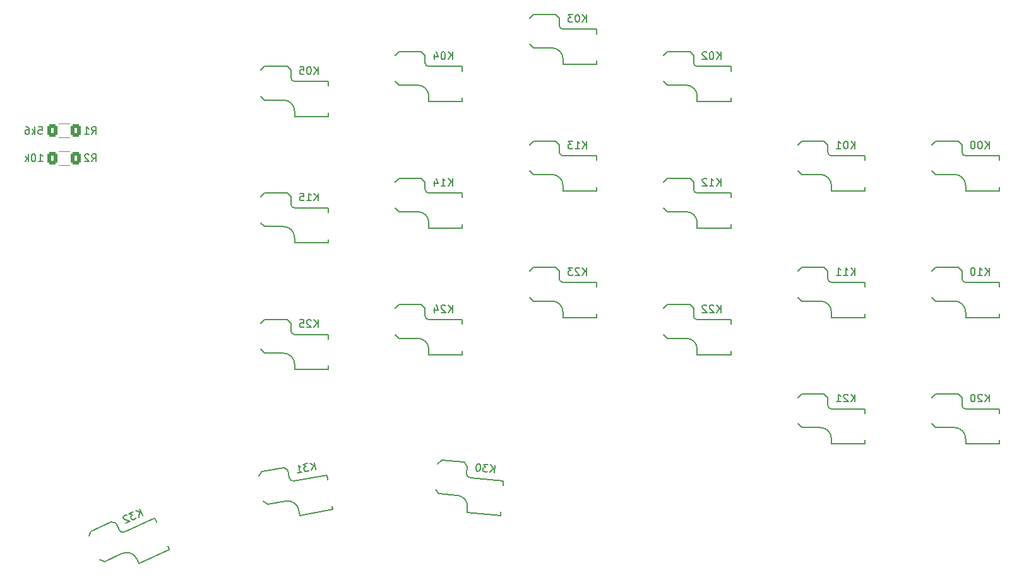
<source format=gbr>
%TF.GenerationSoftware,KiCad,Pcbnew,7.0.5*%
%TF.CreationDate,2023-07-11T21:22:30+02:00*%
%TF.ProjectId,keyboard_pcb,6b657962-6f61-4726-945f-7063622e6b69,rev1.0*%
%TF.SameCoordinates,Original*%
%TF.FileFunction,Legend,Bot*%
%TF.FilePolarity,Positive*%
%FSLAX46Y46*%
G04 Gerber Fmt 4.6, Leading zero omitted, Abs format (unit mm)*
G04 Created by KiCad (PCBNEW 7.0.5) date 2023-07-11 21:22:30*
%MOMM*%
%LPD*%
G01*
G04 APERTURE LIST*
G04 Aperture macros list*
%AMRoundRect*
0 Rectangle with rounded corners*
0 $1 Rounding radius*
0 $2 $3 $4 $5 $6 $7 $8 $9 X,Y pos of 4 corners*
0 Add a 4 corners polygon primitive as box body*
4,1,4,$2,$3,$4,$5,$6,$7,$8,$9,$2,$3,0*
0 Add four circle primitives for the rounded corners*
1,1,$1+$1,$2,$3*
1,1,$1+$1,$4,$5*
1,1,$1+$1,$6,$7*
1,1,$1+$1,$8,$9*
0 Add four rect primitives between the rounded corners*
20,1,$1+$1,$2,$3,$4,$5,0*
20,1,$1+$1,$4,$5,$6,$7,0*
20,1,$1+$1,$6,$7,$8,$9,0*
20,1,$1+$1,$8,$9,$2,$3,0*%
%AMRotRect*
0 Rectangle, with rotation*
0 The origin of the aperture is its center*
0 $1 length*
0 $2 width*
0 $3 Rotation angle, in degrees counterclockwise*
0 Add horizontal line*
21,1,$1,$2,0,0,$3*%
G04 Aperture macros list end*
%ADD10C,0.150000*%
%ADD11C,0.120000*%
%ADD12C,3.429000*%
%ADD13C,1.701800*%
%ADD14C,3.000000*%
%ADD15R,2.600000X2.600000*%
%ADD16C,2.032000*%
%ADD17O,1.500000X1.500000*%
%ADD18O,1.800000X1.800000*%
%ADD19O,1.700000X1.700000*%
%ADD20R,1.700000X1.700000*%
%ADD21RotRect,2.600000X2.600000X355.000000*%
%ADD22C,0.800000*%
%ADD23O,2.000000X1.600000*%
%ADD24RotRect,2.600000X2.600000X25.000000*%
%ADD25RotRect,2.600000X2.600000X10.000000*%
%ADD26RoundRect,0.250000X0.400000X0.625000X-0.400000X0.625000X-0.400000X-0.625000X0.400000X-0.625000X0*%
%ADD27C,2.200000*%
%ADD28C,0.500000*%
%ADD29RoundRect,0.250000X-0.400000X-0.625000X0.400000X-0.625000X0.400000X0.625000X-0.400000X0.625000X0*%
G04 APERTURE END LIST*
D10*
%TO.C,K25*%
X110899285Y-86834819D02*
X110899285Y-85834819D01*
X110327857Y-86834819D02*
X110756428Y-86263390D01*
X110327857Y-85834819D02*
X110899285Y-86406247D01*
X109946904Y-85930057D02*
X109899285Y-85882438D01*
X109899285Y-85882438D02*
X109804047Y-85834819D01*
X109804047Y-85834819D02*
X109565952Y-85834819D01*
X109565952Y-85834819D02*
X109470714Y-85882438D01*
X109470714Y-85882438D02*
X109423095Y-85930057D01*
X109423095Y-85930057D02*
X109375476Y-86025295D01*
X109375476Y-86025295D02*
X109375476Y-86120533D01*
X109375476Y-86120533D02*
X109423095Y-86263390D01*
X109423095Y-86263390D02*
X109994523Y-86834819D01*
X109994523Y-86834819D02*
X109375476Y-86834819D01*
X108470714Y-85834819D02*
X108946904Y-85834819D01*
X108946904Y-85834819D02*
X108994523Y-86311009D01*
X108994523Y-86311009D02*
X108946904Y-86263390D01*
X108946904Y-86263390D02*
X108851666Y-86215771D01*
X108851666Y-86215771D02*
X108613571Y-86215771D01*
X108613571Y-86215771D02*
X108518333Y-86263390D01*
X108518333Y-86263390D02*
X108470714Y-86311009D01*
X108470714Y-86311009D02*
X108423095Y-86406247D01*
X108423095Y-86406247D02*
X108423095Y-86644342D01*
X108423095Y-86644342D02*
X108470714Y-86739580D01*
X108470714Y-86739580D02*
X108518333Y-86787200D01*
X108518333Y-86787200D02*
X108613571Y-86834819D01*
X108613571Y-86834819D02*
X108851666Y-86834819D01*
X108851666Y-86834819D02*
X108946904Y-86787200D01*
X108946904Y-86787200D02*
X108994523Y-86739580D01*
%TO.C,K24*%
X128899285Y-84834819D02*
X128899285Y-83834819D01*
X128327857Y-84834819D02*
X128756428Y-84263390D01*
X128327857Y-83834819D02*
X128899285Y-84406247D01*
X127946904Y-83930057D02*
X127899285Y-83882438D01*
X127899285Y-83882438D02*
X127804047Y-83834819D01*
X127804047Y-83834819D02*
X127565952Y-83834819D01*
X127565952Y-83834819D02*
X127470714Y-83882438D01*
X127470714Y-83882438D02*
X127423095Y-83930057D01*
X127423095Y-83930057D02*
X127375476Y-84025295D01*
X127375476Y-84025295D02*
X127375476Y-84120533D01*
X127375476Y-84120533D02*
X127423095Y-84263390D01*
X127423095Y-84263390D02*
X127994523Y-84834819D01*
X127994523Y-84834819D02*
X127375476Y-84834819D01*
X126518333Y-84168152D02*
X126518333Y-84834819D01*
X126756428Y-83787200D02*
X126994523Y-84501485D01*
X126994523Y-84501485D02*
X126375476Y-84501485D01*
%TO.C,K21*%
X182899285Y-96834819D02*
X182899285Y-95834819D01*
X182327857Y-96834819D02*
X182756428Y-96263390D01*
X182327857Y-95834819D02*
X182899285Y-96406247D01*
X181946904Y-95930057D02*
X181899285Y-95882438D01*
X181899285Y-95882438D02*
X181804047Y-95834819D01*
X181804047Y-95834819D02*
X181565952Y-95834819D01*
X181565952Y-95834819D02*
X181470714Y-95882438D01*
X181470714Y-95882438D02*
X181423095Y-95930057D01*
X181423095Y-95930057D02*
X181375476Y-96025295D01*
X181375476Y-96025295D02*
X181375476Y-96120533D01*
X181375476Y-96120533D02*
X181423095Y-96263390D01*
X181423095Y-96263390D02*
X181994523Y-96834819D01*
X181994523Y-96834819D02*
X181375476Y-96834819D01*
X180423095Y-96834819D02*
X180994523Y-96834819D01*
X180708809Y-96834819D02*
X180708809Y-95834819D01*
X180708809Y-95834819D02*
X180804047Y-95977676D01*
X180804047Y-95977676D02*
X180899285Y-96072914D01*
X180899285Y-96072914D02*
X180994523Y-96120533D01*
%TO.C,K02*%
X164899285Y-50834819D02*
X164899285Y-49834819D01*
X164327857Y-50834819D02*
X164756428Y-50263390D01*
X164327857Y-49834819D02*
X164899285Y-50406247D01*
X163708809Y-49834819D02*
X163613571Y-49834819D01*
X163613571Y-49834819D02*
X163518333Y-49882438D01*
X163518333Y-49882438D02*
X163470714Y-49930057D01*
X163470714Y-49930057D02*
X163423095Y-50025295D01*
X163423095Y-50025295D02*
X163375476Y-50215771D01*
X163375476Y-50215771D02*
X163375476Y-50453866D01*
X163375476Y-50453866D02*
X163423095Y-50644342D01*
X163423095Y-50644342D02*
X163470714Y-50739580D01*
X163470714Y-50739580D02*
X163518333Y-50787200D01*
X163518333Y-50787200D02*
X163613571Y-50834819D01*
X163613571Y-50834819D02*
X163708809Y-50834819D01*
X163708809Y-50834819D02*
X163804047Y-50787200D01*
X163804047Y-50787200D02*
X163851666Y-50739580D01*
X163851666Y-50739580D02*
X163899285Y-50644342D01*
X163899285Y-50644342D02*
X163946904Y-50453866D01*
X163946904Y-50453866D02*
X163946904Y-50215771D01*
X163946904Y-50215771D02*
X163899285Y-50025295D01*
X163899285Y-50025295D02*
X163851666Y-49930057D01*
X163851666Y-49930057D02*
X163804047Y-49882438D01*
X163804047Y-49882438D02*
X163708809Y-49834819D01*
X162994523Y-49930057D02*
X162946904Y-49882438D01*
X162946904Y-49882438D02*
X162851666Y-49834819D01*
X162851666Y-49834819D02*
X162613571Y-49834819D01*
X162613571Y-49834819D02*
X162518333Y-49882438D01*
X162518333Y-49882438D02*
X162470714Y-49930057D01*
X162470714Y-49930057D02*
X162423095Y-50025295D01*
X162423095Y-50025295D02*
X162423095Y-50120533D01*
X162423095Y-50120533D02*
X162470714Y-50263390D01*
X162470714Y-50263390D02*
X163042142Y-50834819D01*
X163042142Y-50834819D02*
X162423095Y-50834819D01*
%TO.C,K10*%
X200899285Y-79834819D02*
X200899285Y-78834819D01*
X200327857Y-79834819D02*
X200756428Y-79263390D01*
X200327857Y-78834819D02*
X200899285Y-79406247D01*
X199375476Y-79834819D02*
X199946904Y-79834819D01*
X199661190Y-79834819D02*
X199661190Y-78834819D01*
X199661190Y-78834819D02*
X199756428Y-78977676D01*
X199756428Y-78977676D02*
X199851666Y-79072914D01*
X199851666Y-79072914D02*
X199946904Y-79120533D01*
X198756428Y-78834819D02*
X198661190Y-78834819D01*
X198661190Y-78834819D02*
X198565952Y-78882438D01*
X198565952Y-78882438D02*
X198518333Y-78930057D01*
X198518333Y-78930057D02*
X198470714Y-79025295D01*
X198470714Y-79025295D02*
X198423095Y-79215771D01*
X198423095Y-79215771D02*
X198423095Y-79453866D01*
X198423095Y-79453866D02*
X198470714Y-79644342D01*
X198470714Y-79644342D02*
X198518333Y-79739580D01*
X198518333Y-79739580D02*
X198565952Y-79787200D01*
X198565952Y-79787200D02*
X198661190Y-79834819D01*
X198661190Y-79834819D02*
X198756428Y-79834819D01*
X198756428Y-79834819D02*
X198851666Y-79787200D01*
X198851666Y-79787200D02*
X198899285Y-79739580D01*
X198899285Y-79739580D02*
X198946904Y-79644342D01*
X198946904Y-79644342D02*
X198994523Y-79453866D01*
X198994523Y-79453866D02*
X198994523Y-79215771D01*
X198994523Y-79215771D02*
X198946904Y-79025295D01*
X198946904Y-79025295D02*
X198899285Y-78930057D01*
X198899285Y-78930057D02*
X198851666Y-78882438D01*
X198851666Y-78882438D02*
X198756428Y-78834819D01*
%TO.C,K04*%
X128899285Y-50834819D02*
X128899285Y-49834819D01*
X128327857Y-50834819D02*
X128756428Y-50263390D01*
X128327857Y-49834819D02*
X128899285Y-50406247D01*
X127708809Y-49834819D02*
X127613571Y-49834819D01*
X127613571Y-49834819D02*
X127518333Y-49882438D01*
X127518333Y-49882438D02*
X127470714Y-49930057D01*
X127470714Y-49930057D02*
X127423095Y-50025295D01*
X127423095Y-50025295D02*
X127375476Y-50215771D01*
X127375476Y-50215771D02*
X127375476Y-50453866D01*
X127375476Y-50453866D02*
X127423095Y-50644342D01*
X127423095Y-50644342D02*
X127470714Y-50739580D01*
X127470714Y-50739580D02*
X127518333Y-50787200D01*
X127518333Y-50787200D02*
X127613571Y-50834819D01*
X127613571Y-50834819D02*
X127708809Y-50834819D01*
X127708809Y-50834819D02*
X127804047Y-50787200D01*
X127804047Y-50787200D02*
X127851666Y-50739580D01*
X127851666Y-50739580D02*
X127899285Y-50644342D01*
X127899285Y-50644342D02*
X127946904Y-50453866D01*
X127946904Y-50453866D02*
X127946904Y-50215771D01*
X127946904Y-50215771D02*
X127899285Y-50025295D01*
X127899285Y-50025295D02*
X127851666Y-49930057D01*
X127851666Y-49930057D02*
X127804047Y-49882438D01*
X127804047Y-49882438D02*
X127708809Y-49834819D01*
X126518333Y-50168152D02*
X126518333Y-50834819D01*
X126756428Y-49787200D02*
X126994523Y-50501485D01*
X126994523Y-50501485D02*
X126375476Y-50501485D01*
%TO.C,K12*%
X164899285Y-67834819D02*
X164899285Y-66834819D01*
X164327857Y-67834819D02*
X164756428Y-67263390D01*
X164327857Y-66834819D02*
X164899285Y-67406247D01*
X163375476Y-67834819D02*
X163946904Y-67834819D01*
X163661190Y-67834819D02*
X163661190Y-66834819D01*
X163661190Y-66834819D02*
X163756428Y-66977676D01*
X163756428Y-66977676D02*
X163851666Y-67072914D01*
X163851666Y-67072914D02*
X163946904Y-67120533D01*
X162994523Y-66930057D02*
X162946904Y-66882438D01*
X162946904Y-66882438D02*
X162851666Y-66834819D01*
X162851666Y-66834819D02*
X162613571Y-66834819D01*
X162613571Y-66834819D02*
X162518333Y-66882438D01*
X162518333Y-66882438D02*
X162470714Y-66930057D01*
X162470714Y-66930057D02*
X162423095Y-67025295D01*
X162423095Y-67025295D02*
X162423095Y-67120533D01*
X162423095Y-67120533D02*
X162470714Y-67263390D01*
X162470714Y-67263390D02*
X163042142Y-67834819D01*
X163042142Y-67834819D02*
X162423095Y-67834819D01*
%TO.C,K30*%
X134502236Y-106355324D02*
X134589392Y-105359129D01*
X133932982Y-106305521D02*
X134409726Y-105773619D01*
X134020138Y-105309326D02*
X134539589Y-105928383D01*
X133688073Y-105280274D02*
X133071381Y-105226320D01*
X133071381Y-105226320D02*
X133370244Y-105634875D01*
X133370244Y-105634875D02*
X133227930Y-105622424D01*
X133227930Y-105622424D02*
X133128904Y-105661561D01*
X133128904Y-105661561D02*
X133077316Y-105704849D01*
X133077316Y-105704849D02*
X133021578Y-105795574D01*
X133021578Y-105795574D02*
X133000827Y-106032764D01*
X133000827Y-106032764D02*
X133039964Y-106131790D01*
X133039964Y-106131790D02*
X133083251Y-106183378D01*
X133083251Y-106183378D02*
X133173977Y-106239116D01*
X133173977Y-106239116D02*
X133458604Y-106264018D01*
X133458604Y-106264018D02*
X133557630Y-106224880D01*
X133557630Y-106224880D02*
X133609218Y-106181593D01*
X132454689Y-105172367D02*
X132359814Y-105164066D01*
X132359814Y-105164066D02*
X132260788Y-105203204D01*
X132260788Y-105203204D02*
X132209199Y-105246491D01*
X132209199Y-105246491D02*
X132153461Y-105337217D01*
X132153461Y-105337217D02*
X132089422Y-105522818D01*
X132089422Y-105522818D02*
X132068671Y-105760007D01*
X132068671Y-105760007D02*
X132099508Y-105953908D01*
X132099508Y-105953908D02*
X132138645Y-106052934D01*
X132138645Y-106052934D02*
X132181932Y-106104523D01*
X132181932Y-106104523D02*
X132272658Y-106160261D01*
X132272658Y-106160261D02*
X132367533Y-106168561D01*
X132367533Y-106168561D02*
X132466559Y-106129424D01*
X132466559Y-106129424D02*
X132518148Y-106086137D01*
X132518148Y-106086137D02*
X132573886Y-105995411D01*
X132573886Y-105995411D02*
X132637925Y-105809810D01*
X132637925Y-105809810D02*
X132658676Y-105572621D01*
X132658676Y-105572621D02*
X132627839Y-105378719D01*
X132627839Y-105378719D02*
X132588702Y-105279693D01*
X132588702Y-105279693D02*
X132545415Y-105228105D01*
X132545415Y-105228105D02*
X132454689Y-105172367D01*
%TO.C,K01*%
X182899285Y-62834819D02*
X182899285Y-61834819D01*
X182327857Y-62834819D02*
X182756428Y-62263390D01*
X182327857Y-61834819D02*
X182899285Y-62406247D01*
X181708809Y-61834819D02*
X181613571Y-61834819D01*
X181613571Y-61834819D02*
X181518333Y-61882438D01*
X181518333Y-61882438D02*
X181470714Y-61930057D01*
X181470714Y-61930057D02*
X181423095Y-62025295D01*
X181423095Y-62025295D02*
X181375476Y-62215771D01*
X181375476Y-62215771D02*
X181375476Y-62453866D01*
X181375476Y-62453866D02*
X181423095Y-62644342D01*
X181423095Y-62644342D02*
X181470714Y-62739580D01*
X181470714Y-62739580D02*
X181518333Y-62787200D01*
X181518333Y-62787200D02*
X181613571Y-62834819D01*
X181613571Y-62834819D02*
X181708809Y-62834819D01*
X181708809Y-62834819D02*
X181804047Y-62787200D01*
X181804047Y-62787200D02*
X181851666Y-62739580D01*
X181851666Y-62739580D02*
X181899285Y-62644342D01*
X181899285Y-62644342D02*
X181946904Y-62453866D01*
X181946904Y-62453866D02*
X181946904Y-62215771D01*
X181946904Y-62215771D02*
X181899285Y-62025295D01*
X181899285Y-62025295D02*
X181851666Y-61930057D01*
X181851666Y-61930057D02*
X181804047Y-61882438D01*
X181804047Y-61882438D02*
X181708809Y-61834819D01*
X180423095Y-62834819D02*
X180994523Y-62834819D01*
X180708809Y-62834819D02*
X180708809Y-61834819D01*
X180708809Y-61834819D02*
X180804047Y-61977676D01*
X180804047Y-61977676D02*
X180899285Y-62072914D01*
X180899285Y-62072914D02*
X180994523Y-62120533D01*
%TO.C,K14*%
X128899285Y-67834819D02*
X128899285Y-66834819D01*
X128327857Y-67834819D02*
X128756428Y-67263390D01*
X128327857Y-66834819D02*
X128899285Y-67406247D01*
X127375476Y-67834819D02*
X127946904Y-67834819D01*
X127661190Y-67834819D02*
X127661190Y-66834819D01*
X127661190Y-66834819D02*
X127756428Y-66977676D01*
X127756428Y-66977676D02*
X127851666Y-67072914D01*
X127851666Y-67072914D02*
X127946904Y-67120533D01*
X126518333Y-67168152D02*
X126518333Y-67834819D01*
X126756428Y-66787200D02*
X126994523Y-67501485D01*
X126994523Y-67501485D02*
X126375476Y-67501485D01*
%TO.C,K23*%
X146899285Y-79834819D02*
X146899285Y-78834819D01*
X146327857Y-79834819D02*
X146756428Y-79263390D01*
X146327857Y-78834819D02*
X146899285Y-79406247D01*
X145946904Y-78930057D02*
X145899285Y-78882438D01*
X145899285Y-78882438D02*
X145804047Y-78834819D01*
X145804047Y-78834819D02*
X145565952Y-78834819D01*
X145565952Y-78834819D02*
X145470714Y-78882438D01*
X145470714Y-78882438D02*
X145423095Y-78930057D01*
X145423095Y-78930057D02*
X145375476Y-79025295D01*
X145375476Y-79025295D02*
X145375476Y-79120533D01*
X145375476Y-79120533D02*
X145423095Y-79263390D01*
X145423095Y-79263390D02*
X145994523Y-79834819D01*
X145994523Y-79834819D02*
X145375476Y-79834819D01*
X145042142Y-78834819D02*
X144423095Y-78834819D01*
X144423095Y-78834819D02*
X144756428Y-79215771D01*
X144756428Y-79215771D02*
X144613571Y-79215771D01*
X144613571Y-79215771D02*
X144518333Y-79263390D01*
X144518333Y-79263390D02*
X144470714Y-79311009D01*
X144470714Y-79311009D02*
X144423095Y-79406247D01*
X144423095Y-79406247D02*
X144423095Y-79644342D01*
X144423095Y-79644342D02*
X144470714Y-79739580D01*
X144470714Y-79739580D02*
X144518333Y-79787200D01*
X144518333Y-79787200D02*
X144613571Y-79834819D01*
X144613571Y-79834819D02*
X144899285Y-79834819D01*
X144899285Y-79834819D02*
X144994523Y-79787200D01*
X144994523Y-79787200D02*
X145042142Y-79739580D01*
%TO.C,K03*%
X146899285Y-45834819D02*
X146899285Y-44834819D01*
X146327857Y-45834819D02*
X146756428Y-45263390D01*
X146327857Y-44834819D02*
X146899285Y-45406247D01*
X145708809Y-44834819D02*
X145613571Y-44834819D01*
X145613571Y-44834819D02*
X145518333Y-44882438D01*
X145518333Y-44882438D02*
X145470714Y-44930057D01*
X145470714Y-44930057D02*
X145423095Y-45025295D01*
X145423095Y-45025295D02*
X145375476Y-45215771D01*
X145375476Y-45215771D02*
X145375476Y-45453866D01*
X145375476Y-45453866D02*
X145423095Y-45644342D01*
X145423095Y-45644342D02*
X145470714Y-45739580D01*
X145470714Y-45739580D02*
X145518333Y-45787200D01*
X145518333Y-45787200D02*
X145613571Y-45834819D01*
X145613571Y-45834819D02*
X145708809Y-45834819D01*
X145708809Y-45834819D02*
X145804047Y-45787200D01*
X145804047Y-45787200D02*
X145851666Y-45739580D01*
X145851666Y-45739580D02*
X145899285Y-45644342D01*
X145899285Y-45644342D02*
X145946904Y-45453866D01*
X145946904Y-45453866D02*
X145946904Y-45215771D01*
X145946904Y-45215771D02*
X145899285Y-45025295D01*
X145899285Y-45025295D02*
X145851666Y-44930057D01*
X145851666Y-44930057D02*
X145804047Y-44882438D01*
X145804047Y-44882438D02*
X145708809Y-44834819D01*
X145042142Y-44834819D02*
X144423095Y-44834819D01*
X144423095Y-44834819D02*
X144756428Y-45215771D01*
X144756428Y-45215771D02*
X144613571Y-45215771D01*
X144613571Y-45215771D02*
X144518333Y-45263390D01*
X144518333Y-45263390D02*
X144470714Y-45311009D01*
X144470714Y-45311009D02*
X144423095Y-45406247D01*
X144423095Y-45406247D02*
X144423095Y-45644342D01*
X144423095Y-45644342D02*
X144470714Y-45739580D01*
X144470714Y-45739580D02*
X144518333Y-45787200D01*
X144518333Y-45787200D02*
X144613571Y-45834819D01*
X144613571Y-45834819D02*
X144899285Y-45834819D01*
X144899285Y-45834819D02*
X144994523Y-45787200D01*
X144994523Y-45787200D02*
X145042142Y-45739580D01*
%TO.C,K22*%
X164899285Y-84834819D02*
X164899285Y-83834819D01*
X164327857Y-84834819D02*
X164756428Y-84263390D01*
X164327857Y-83834819D02*
X164899285Y-84406247D01*
X163946904Y-83930057D02*
X163899285Y-83882438D01*
X163899285Y-83882438D02*
X163804047Y-83834819D01*
X163804047Y-83834819D02*
X163565952Y-83834819D01*
X163565952Y-83834819D02*
X163470714Y-83882438D01*
X163470714Y-83882438D02*
X163423095Y-83930057D01*
X163423095Y-83930057D02*
X163375476Y-84025295D01*
X163375476Y-84025295D02*
X163375476Y-84120533D01*
X163375476Y-84120533D02*
X163423095Y-84263390D01*
X163423095Y-84263390D02*
X163994523Y-84834819D01*
X163994523Y-84834819D02*
X163375476Y-84834819D01*
X162994523Y-83930057D02*
X162946904Y-83882438D01*
X162946904Y-83882438D02*
X162851666Y-83834819D01*
X162851666Y-83834819D02*
X162613571Y-83834819D01*
X162613571Y-83834819D02*
X162518333Y-83882438D01*
X162518333Y-83882438D02*
X162470714Y-83930057D01*
X162470714Y-83930057D02*
X162423095Y-84025295D01*
X162423095Y-84025295D02*
X162423095Y-84120533D01*
X162423095Y-84120533D02*
X162470714Y-84263390D01*
X162470714Y-84263390D02*
X163042142Y-84834819D01*
X163042142Y-84834819D02*
X162423095Y-84834819D01*
%TO.C,K15*%
X110899285Y-69834819D02*
X110899285Y-68834819D01*
X110327857Y-69834819D02*
X110756428Y-69263390D01*
X110327857Y-68834819D02*
X110899285Y-69406247D01*
X109375476Y-69834819D02*
X109946904Y-69834819D01*
X109661190Y-69834819D02*
X109661190Y-68834819D01*
X109661190Y-68834819D02*
X109756428Y-68977676D01*
X109756428Y-68977676D02*
X109851666Y-69072914D01*
X109851666Y-69072914D02*
X109946904Y-69120533D01*
X108470714Y-68834819D02*
X108946904Y-68834819D01*
X108946904Y-68834819D02*
X108994523Y-69311009D01*
X108994523Y-69311009D02*
X108946904Y-69263390D01*
X108946904Y-69263390D02*
X108851666Y-69215771D01*
X108851666Y-69215771D02*
X108613571Y-69215771D01*
X108613571Y-69215771D02*
X108518333Y-69263390D01*
X108518333Y-69263390D02*
X108470714Y-69311009D01*
X108470714Y-69311009D02*
X108423095Y-69406247D01*
X108423095Y-69406247D02*
X108423095Y-69644342D01*
X108423095Y-69644342D02*
X108470714Y-69739580D01*
X108470714Y-69739580D02*
X108518333Y-69787200D01*
X108518333Y-69787200D02*
X108613571Y-69834819D01*
X108613571Y-69834819D02*
X108851666Y-69834819D01*
X108851666Y-69834819D02*
X108946904Y-69787200D01*
X108946904Y-69787200D02*
X108994523Y-69739580D01*
%TO.C,K32*%
X87340918Y-112114422D02*
X86918300Y-111208114D01*
X86823028Y-112355918D02*
X86969949Y-111656906D01*
X86400410Y-111449611D02*
X87159796Y-111726005D01*
X86098307Y-111590483D02*
X85537259Y-111852104D01*
X85537259Y-111852104D02*
X86000359Y-112056492D01*
X86000359Y-112056492D02*
X85870887Y-112116866D01*
X85870887Y-112116866D02*
X85804696Y-112200272D01*
X85804696Y-112200272D02*
X85781664Y-112263555D01*
X85781664Y-112263555D02*
X85778755Y-112369994D01*
X85778755Y-112369994D02*
X85879379Y-112585782D01*
X85879379Y-112585782D02*
X85962786Y-112651972D01*
X85962786Y-112651972D02*
X86026068Y-112675005D01*
X86026068Y-112675005D02*
X86132508Y-112677913D01*
X86132508Y-112677913D02*
X86391453Y-112557165D01*
X86391453Y-112557165D02*
X86457643Y-112473758D01*
X86457643Y-112473758D02*
X86480676Y-112410476D01*
X85232248Y-112099417D02*
X85168966Y-112076384D01*
X85168966Y-112076384D02*
X85062527Y-112073476D01*
X85062527Y-112073476D02*
X84846739Y-112174099D01*
X84846739Y-112174099D02*
X84780549Y-112257506D01*
X84780549Y-112257506D02*
X84757516Y-112320788D01*
X84757516Y-112320788D02*
X84754608Y-112427228D01*
X84754608Y-112427228D02*
X84794857Y-112513543D01*
X84794857Y-112513543D02*
X84898389Y-112622891D01*
X84898389Y-112622891D02*
X85657775Y-112899285D01*
X85657775Y-112899285D02*
X85096727Y-113160906D01*
%TO.C,K11*%
X182899285Y-79834819D02*
X182899285Y-78834819D01*
X182327857Y-79834819D02*
X182756428Y-79263390D01*
X182327857Y-78834819D02*
X182899285Y-79406247D01*
X181375476Y-79834819D02*
X181946904Y-79834819D01*
X181661190Y-79834819D02*
X181661190Y-78834819D01*
X181661190Y-78834819D02*
X181756428Y-78977676D01*
X181756428Y-78977676D02*
X181851666Y-79072914D01*
X181851666Y-79072914D02*
X181946904Y-79120533D01*
X180423095Y-79834819D02*
X180994523Y-79834819D01*
X180708809Y-79834819D02*
X180708809Y-78834819D01*
X180708809Y-78834819D02*
X180804047Y-78977676D01*
X180804047Y-78977676D02*
X180899285Y-79072914D01*
X180899285Y-79072914D02*
X180994523Y-79120533D01*
%TO.C,K05*%
X110899285Y-52834819D02*
X110899285Y-51834819D01*
X110327857Y-52834819D02*
X110756428Y-52263390D01*
X110327857Y-51834819D02*
X110899285Y-52406247D01*
X109708809Y-51834819D02*
X109613571Y-51834819D01*
X109613571Y-51834819D02*
X109518333Y-51882438D01*
X109518333Y-51882438D02*
X109470714Y-51930057D01*
X109470714Y-51930057D02*
X109423095Y-52025295D01*
X109423095Y-52025295D02*
X109375476Y-52215771D01*
X109375476Y-52215771D02*
X109375476Y-52453866D01*
X109375476Y-52453866D02*
X109423095Y-52644342D01*
X109423095Y-52644342D02*
X109470714Y-52739580D01*
X109470714Y-52739580D02*
X109518333Y-52787200D01*
X109518333Y-52787200D02*
X109613571Y-52834819D01*
X109613571Y-52834819D02*
X109708809Y-52834819D01*
X109708809Y-52834819D02*
X109804047Y-52787200D01*
X109804047Y-52787200D02*
X109851666Y-52739580D01*
X109851666Y-52739580D02*
X109899285Y-52644342D01*
X109899285Y-52644342D02*
X109946904Y-52453866D01*
X109946904Y-52453866D02*
X109946904Y-52215771D01*
X109946904Y-52215771D02*
X109899285Y-52025295D01*
X109899285Y-52025295D02*
X109851666Y-51930057D01*
X109851666Y-51930057D02*
X109804047Y-51882438D01*
X109804047Y-51882438D02*
X109708809Y-51834819D01*
X108470714Y-51834819D02*
X108946904Y-51834819D01*
X108946904Y-51834819D02*
X108994523Y-52311009D01*
X108994523Y-52311009D02*
X108946904Y-52263390D01*
X108946904Y-52263390D02*
X108851666Y-52215771D01*
X108851666Y-52215771D02*
X108613571Y-52215771D01*
X108613571Y-52215771D02*
X108518333Y-52263390D01*
X108518333Y-52263390D02*
X108470714Y-52311009D01*
X108470714Y-52311009D02*
X108423095Y-52406247D01*
X108423095Y-52406247D02*
X108423095Y-52644342D01*
X108423095Y-52644342D02*
X108470714Y-52739580D01*
X108470714Y-52739580D02*
X108518333Y-52787200D01*
X108518333Y-52787200D02*
X108613571Y-52834819D01*
X108613571Y-52834819D02*
X108851666Y-52834819D01*
X108851666Y-52834819D02*
X108946904Y-52787200D01*
X108946904Y-52787200D02*
X108994523Y-52739580D01*
%TO.C,K20*%
X200899285Y-96834819D02*
X200899285Y-95834819D01*
X200327857Y-96834819D02*
X200756428Y-96263390D01*
X200327857Y-95834819D02*
X200899285Y-96406247D01*
X199946904Y-95930057D02*
X199899285Y-95882438D01*
X199899285Y-95882438D02*
X199804047Y-95834819D01*
X199804047Y-95834819D02*
X199565952Y-95834819D01*
X199565952Y-95834819D02*
X199470714Y-95882438D01*
X199470714Y-95882438D02*
X199423095Y-95930057D01*
X199423095Y-95930057D02*
X199375476Y-96025295D01*
X199375476Y-96025295D02*
X199375476Y-96120533D01*
X199375476Y-96120533D02*
X199423095Y-96263390D01*
X199423095Y-96263390D02*
X199994523Y-96834819D01*
X199994523Y-96834819D02*
X199375476Y-96834819D01*
X198756428Y-95834819D02*
X198661190Y-95834819D01*
X198661190Y-95834819D02*
X198565952Y-95882438D01*
X198565952Y-95882438D02*
X198518333Y-95930057D01*
X198518333Y-95930057D02*
X198470714Y-96025295D01*
X198470714Y-96025295D02*
X198423095Y-96215771D01*
X198423095Y-96215771D02*
X198423095Y-96453866D01*
X198423095Y-96453866D02*
X198470714Y-96644342D01*
X198470714Y-96644342D02*
X198518333Y-96739580D01*
X198518333Y-96739580D02*
X198565952Y-96787200D01*
X198565952Y-96787200D02*
X198661190Y-96834819D01*
X198661190Y-96834819D02*
X198756428Y-96834819D01*
X198756428Y-96834819D02*
X198851666Y-96787200D01*
X198851666Y-96787200D02*
X198899285Y-96739580D01*
X198899285Y-96739580D02*
X198946904Y-96644342D01*
X198946904Y-96644342D02*
X198994523Y-96453866D01*
X198994523Y-96453866D02*
X198994523Y-96215771D01*
X198994523Y-96215771D02*
X198946904Y-96025295D01*
X198946904Y-96025295D02*
X198899285Y-95930057D01*
X198899285Y-95930057D02*
X198851666Y-95882438D01*
X198851666Y-95882438D02*
X198756428Y-95834819D01*
%TO.C,K13*%
X146899285Y-62834819D02*
X146899285Y-61834819D01*
X146327857Y-62834819D02*
X146756428Y-62263390D01*
X146327857Y-61834819D02*
X146899285Y-62406247D01*
X145375476Y-62834819D02*
X145946904Y-62834819D01*
X145661190Y-62834819D02*
X145661190Y-61834819D01*
X145661190Y-61834819D02*
X145756428Y-61977676D01*
X145756428Y-61977676D02*
X145851666Y-62072914D01*
X145851666Y-62072914D02*
X145946904Y-62120533D01*
X145042142Y-61834819D02*
X144423095Y-61834819D01*
X144423095Y-61834819D02*
X144756428Y-62215771D01*
X144756428Y-62215771D02*
X144613571Y-62215771D01*
X144613571Y-62215771D02*
X144518333Y-62263390D01*
X144518333Y-62263390D02*
X144470714Y-62311009D01*
X144470714Y-62311009D02*
X144423095Y-62406247D01*
X144423095Y-62406247D02*
X144423095Y-62644342D01*
X144423095Y-62644342D02*
X144470714Y-62739580D01*
X144470714Y-62739580D02*
X144518333Y-62787200D01*
X144518333Y-62787200D02*
X144613571Y-62834819D01*
X144613571Y-62834819D02*
X144899285Y-62834819D01*
X144899285Y-62834819D02*
X144994523Y-62787200D01*
X144994523Y-62787200D02*
X145042142Y-62739580D01*
%TO.C,K00*%
X200899285Y-62834819D02*
X200899285Y-61834819D01*
X200327857Y-62834819D02*
X200756428Y-62263390D01*
X200327857Y-61834819D02*
X200899285Y-62406247D01*
X199708809Y-61834819D02*
X199613571Y-61834819D01*
X199613571Y-61834819D02*
X199518333Y-61882438D01*
X199518333Y-61882438D02*
X199470714Y-61930057D01*
X199470714Y-61930057D02*
X199423095Y-62025295D01*
X199423095Y-62025295D02*
X199375476Y-62215771D01*
X199375476Y-62215771D02*
X199375476Y-62453866D01*
X199375476Y-62453866D02*
X199423095Y-62644342D01*
X199423095Y-62644342D02*
X199470714Y-62739580D01*
X199470714Y-62739580D02*
X199518333Y-62787200D01*
X199518333Y-62787200D02*
X199613571Y-62834819D01*
X199613571Y-62834819D02*
X199708809Y-62834819D01*
X199708809Y-62834819D02*
X199804047Y-62787200D01*
X199804047Y-62787200D02*
X199851666Y-62739580D01*
X199851666Y-62739580D02*
X199899285Y-62644342D01*
X199899285Y-62644342D02*
X199946904Y-62453866D01*
X199946904Y-62453866D02*
X199946904Y-62215771D01*
X199946904Y-62215771D02*
X199899285Y-62025295D01*
X199899285Y-62025295D02*
X199851666Y-61930057D01*
X199851666Y-61930057D02*
X199804047Y-61882438D01*
X199804047Y-61882438D02*
X199708809Y-61834819D01*
X198756428Y-61834819D02*
X198661190Y-61834819D01*
X198661190Y-61834819D02*
X198565952Y-61882438D01*
X198565952Y-61882438D02*
X198518333Y-61930057D01*
X198518333Y-61930057D02*
X198470714Y-62025295D01*
X198470714Y-62025295D02*
X198423095Y-62215771D01*
X198423095Y-62215771D02*
X198423095Y-62453866D01*
X198423095Y-62453866D02*
X198470714Y-62644342D01*
X198470714Y-62644342D02*
X198518333Y-62739580D01*
X198518333Y-62739580D02*
X198565952Y-62787200D01*
X198565952Y-62787200D02*
X198661190Y-62834819D01*
X198661190Y-62834819D02*
X198756428Y-62834819D01*
X198756428Y-62834819D02*
X198851666Y-62787200D01*
X198851666Y-62787200D02*
X198899285Y-62739580D01*
X198899285Y-62739580D02*
X198946904Y-62644342D01*
X198946904Y-62644342D02*
X198994523Y-62453866D01*
X198994523Y-62453866D02*
X198994523Y-62215771D01*
X198994523Y-62215771D02*
X198946904Y-62025295D01*
X198946904Y-62025295D02*
X198899285Y-61930057D01*
X198899285Y-61930057D02*
X198851666Y-61882438D01*
X198851666Y-61882438D02*
X198756428Y-61834819D01*
%TO.C,K31*%
X110569087Y-105960949D02*
X110395439Y-104976142D01*
X110006340Y-106060177D02*
X110329173Y-105423009D01*
X109832692Y-105075369D02*
X110494666Y-105538889D01*
X109504422Y-105133252D02*
X108894779Y-105240748D01*
X108894779Y-105240748D02*
X109289200Y-105558030D01*
X109289200Y-105558030D02*
X109148514Y-105582837D01*
X109148514Y-105582837D02*
X109062991Y-105646271D01*
X109062991Y-105646271D02*
X109024365Y-105701435D01*
X109024365Y-105701435D02*
X108994007Y-105803496D01*
X108994007Y-105803496D02*
X109035352Y-106037974D01*
X109035352Y-106037974D02*
X109098785Y-106123496D01*
X109098785Y-106123496D02*
X109153950Y-106162123D01*
X109153950Y-106162123D02*
X109256010Y-106192480D01*
X109256010Y-106192480D02*
X109537384Y-106142866D01*
X109537384Y-106142866D02*
X109622906Y-106079433D01*
X109622906Y-106079433D02*
X109661533Y-106024268D01*
X108130515Y-106390935D02*
X108693263Y-106291708D01*
X108411889Y-106341322D02*
X108238241Y-105356514D01*
X108238241Y-105356514D02*
X108356839Y-105480663D01*
X108356839Y-105480663D02*
X108467168Y-105557916D01*
X108467168Y-105557916D02*
X108569228Y-105588274D01*
%TO.C,R2*%
X80532266Y-64564419D02*
X80865599Y-64088228D01*
X81103694Y-64564419D02*
X81103694Y-63564419D01*
X81103694Y-63564419D02*
X80722742Y-63564419D01*
X80722742Y-63564419D02*
X80627504Y-63612038D01*
X80627504Y-63612038D02*
X80579885Y-63659657D01*
X80579885Y-63659657D02*
X80532266Y-63754895D01*
X80532266Y-63754895D02*
X80532266Y-63897752D01*
X80532266Y-63897752D02*
X80579885Y-63992990D01*
X80579885Y-63992990D02*
X80627504Y-64040609D01*
X80627504Y-64040609D02*
X80722742Y-64088228D01*
X80722742Y-64088228D02*
X81103694Y-64088228D01*
X80151313Y-63659657D02*
X80103694Y-63612038D01*
X80103694Y-63612038D02*
X80008456Y-63564419D01*
X80008456Y-63564419D02*
X79770361Y-63564419D01*
X79770361Y-63564419D02*
X79675123Y-63612038D01*
X79675123Y-63612038D02*
X79627504Y-63659657D01*
X79627504Y-63659657D02*
X79579885Y-63754895D01*
X79579885Y-63754895D02*
X79579885Y-63850133D01*
X79579885Y-63850133D02*
X79627504Y-63992990D01*
X79627504Y-63992990D02*
X80198932Y-64564419D01*
X80198932Y-64564419D02*
X79579885Y-64564419D01*
X73391638Y-64564419D02*
X73963066Y-64564419D01*
X73677352Y-64564419D02*
X73677352Y-63564419D01*
X73677352Y-63564419D02*
X73772590Y-63707276D01*
X73772590Y-63707276D02*
X73867828Y-63802514D01*
X73867828Y-63802514D02*
X73963066Y-63850133D01*
X72772590Y-63564419D02*
X72677352Y-63564419D01*
X72677352Y-63564419D02*
X72582114Y-63612038D01*
X72582114Y-63612038D02*
X72534495Y-63659657D01*
X72534495Y-63659657D02*
X72486876Y-63754895D01*
X72486876Y-63754895D02*
X72439257Y-63945371D01*
X72439257Y-63945371D02*
X72439257Y-64183466D01*
X72439257Y-64183466D02*
X72486876Y-64373942D01*
X72486876Y-64373942D02*
X72534495Y-64469180D01*
X72534495Y-64469180D02*
X72582114Y-64516800D01*
X72582114Y-64516800D02*
X72677352Y-64564419D01*
X72677352Y-64564419D02*
X72772590Y-64564419D01*
X72772590Y-64564419D02*
X72867828Y-64516800D01*
X72867828Y-64516800D02*
X72915447Y-64469180D01*
X72915447Y-64469180D02*
X72963066Y-64373942D01*
X72963066Y-64373942D02*
X73010685Y-64183466D01*
X73010685Y-64183466D02*
X73010685Y-63945371D01*
X73010685Y-63945371D02*
X72963066Y-63754895D01*
X72963066Y-63754895D02*
X72915447Y-63659657D01*
X72915447Y-63659657D02*
X72867828Y-63612038D01*
X72867828Y-63612038D02*
X72772590Y-63564419D01*
X72010685Y-64564419D02*
X72010685Y-63564419D01*
X71915447Y-64183466D02*
X71629733Y-64564419D01*
X71629733Y-63897752D02*
X72010685Y-64278704D01*
%TO.C,R1*%
X80532266Y-60906819D02*
X80865599Y-60430628D01*
X81103694Y-60906819D02*
X81103694Y-59906819D01*
X81103694Y-59906819D02*
X80722742Y-59906819D01*
X80722742Y-59906819D02*
X80627504Y-59954438D01*
X80627504Y-59954438D02*
X80579885Y-60002057D01*
X80579885Y-60002057D02*
X80532266Y-60097295D01*
X80532266Y-60097295D02*
X80532266Y-60240152D01*
X80532266Y-60240152D02*
X80579885Y-60335390D01*
X80579885Y-60335390D02*
X80627504Y-60383009D01*
X80627504Y-60383009D02*
X80722742Y-60430628D01*
X80722742Y-60430628D02*
X81103694Y-60430628D01*
X79579885Y-60906819D02*
X80151313Y-60906819D01*
X79865599Y-60906819D02*
X79865599Y-59906819D01*
X79865599Y-59906819D02*
X79960837Y-60049676D01*
X79960837Y-60049676D02*
X80056075Y-60144914D01*
X80056075Y-60144914D02*
X80151313Y-60192533D01*
X73388457Y-59906819D02*
X73864647Y-59906819D01*
X73864647Y-59906819D02*
X73912266Y-60383009D01*
X73912266Y-60383009D02*
X73864647Y-60335390D01*
X73864647Y-60335390D02*
X73769409Y-60287771D01*
X73769409Y-60287771D02*
X73531314Y-60287771D01*
X73531314Y-60287771D02*
X73436076Y-60335390D01*
X73436076Y-60335390D02*
X73388457Y-60383009D01*
X73388457Y-60383009D02*
X73340838Y-60478247D01*
X73340838Y-60478247D02*
X73340838Y-60716342D01*
X73340838Y-60716342D02*
X73388457Y-60811580D01*
X73388457Y-60811580D02*
X73436076Y-60859200D01*
X73436076Y-60859200D02*
X73531314Y-60906819D01*
X73531314Y-60906819D02*
X73769409Y-60906819D01*
X73769409Y-60906819D02*
X73864647Y-60859200D01*
X73864647Y-60859200D02*
X73912266Y-60811580D01*
X72912266Y-60906819D02*
X72912266Y-59906819D01*
X72817028Y-60525866D02*
X72531314Y-60906819D01*
X72531314Y-60240152D02*
X72912266Y-60621104D01*
X71674171Y-59906819D02*
X71864647Y-59906819D01*
X71864647Y-59906819D02*
X71959885Y-59954438D01*
X71959885Y-59954438D02*
X72007504Y-60002057D01*
X72007504Y-60002057D02*
X72102742Y-60144914D01*
X72102742Y-60144914D02*
X72150361Y-60335390D01*
X72150361Y-60335390D02*
X72150361Y-60716342D01*
X72150361Y-60716342D02*
X72102742Y-60811580D01*
X72102742Y-60811580D02*
X72055123Y-60859200D01*
X72055123Y-60859200D02*
X71959885Y-60906819D01*
X71959885Y-60906819D02*
X71769409Y-60906819D01*
X71769409Y-60906819D02*
X71674171Y-60859200D01*
X71674171Y-60859200D02*
X71626552Y-60811580D01*
X71626552Y-60811580D02*
X71578933Y-60716342D01*
X71578933Y-60716342D02*
X71578933Y-60478247D01*
X71578933Y-60478247D02*
X71626552Y-60383009D01*
X71626552Y-60383009D02*
X71674171Y-60335390D01*
X71674171Y-60335390D02*
X71769409Y-60287771D01*
X71769409Y-60287771D02*
X71959885Y-60287771D01*
X71959885Y-60287771D02*
X72055123Y-60335390D01*
X72055123Y-60335390D02*
X72102742Y-60383009D01*
X72102742Y-60383009D02*
X72150361Y-60478247D01*
%TO.C,K25*%
X107740000Y-91800000D02*
X107740000Y-92500000D01*
X106740000Y-85800000D02*
X107240000Y-86300000D01*
X112240000Y-87800000D02*
X107740000Y-87800000D01*
X103240000Y-89800000D02*
X103740000Y-90300000D01*
X107240000Y-87300000D02*
X107240000Y-86300000D01*
X103740000Y-85800000D02*
X106740000Y-85800000D01*
X112240000Y-88400000D02*
X112240000Y-87800000D01*
X112240000Y-92500000D02*
X112240000Y-92000000D01*
X103740000Y-90300000D02*
X106240000Y-90300000D01*
X107740000Y-92500000D02*
X112240000Y-92500000D01*
X103240000Y-86300000D02*
X103740000Y-85800000D01*
X107740000Y-91800000D02*
G75*
G03*
X106240000Y-90300000I-1500000J0D01*
G01*
X107240000Y-87300000D02*
G75*
G03*
X107740000Y-87800000I500000J0D01*
G01*
%TO.C,K24*%
X121240000Y-84300000D02*
X121740000Y-83800000D01*
X125240000Y-85300000D02*
X125240000Y-84300000D01*
X121740000Y-83800000D02*
X124740000Y-83800000D01*
X125740000Y-89800000D02*
X125740000Y-90500000D01*
X121240000Y-87800000D02*
X121740000Y-88300000D01*
X125740000Y-90500000D02*
X130240000Y-90500000D01*
X124740000Y-83800000D02*
X125240000Y-84300000D01*
X121740000Y-88300000D02*
X124240000Y-88300000D01*
X130240000Y-86400000D02*
X130240000Y-85800000D01*
X130240000Y-90500000D02*
X130240000Y-90000000D01*
X130240000Y-85800000D02*
X125740000Y-85800000D01*
X125740000Y-89800000D02*
G75*
G03*
X124240000Y-88300000I-1500000J0D01*
G01*
X125240000Y-85300000D02*
G75*
G03*
X125740000Y-85800000I500000J0D01*
G01*
%TO.C,K21*%
X175240000Y-99800000D02*
X175740000Y-100300000D01*
X178740000Y-95800000D02*
X179240000Y-96300000D01*
X175740000Y-100300000D02*
X178240000Y-100300000D01*
X179740000Y-101800000D02*
X179740000Y-102500000D01*
X184240000Y-97800000D02*
X179740000Y-97800000D01*
X175740000Y-95800000D02*
X178740000Y-95800000D01*
X184240000Y-98400000D02*
X184240000Y-97800000D01*
X175240000Y-96300000D02*
X175740000Y-95800000D01*
X184240000Y-102500000D02*
X184240000Y-102000000D01*
X179740000Y-102500000D02*
X184240000Y-102500000D01*
X179240000Y-97300000D02*
X179240000Y-96300000D01*
X179240000Y-97300000D02*
G75*
G03*
X179740000Y-97800000I500000J0D01*
G01*
X179740000Y-101800000D02*
G75*
G03*
X178240000Y-100300000I-1500000J0D01*
G01*
%TO.C,K02*%
X166240000Y-56500000D02*
X166240000Y-56000000D01*
X161740000Y-55800000D02*
X161740000Y-56500000D01*
X166240000Y-51800000D02*
X161740000Y-51800000D01*
X161240000Y-51300000D02*
X161240000Y-50300000D01*
X160740000Y-49800000D02*
X161240000Y-50300000D01*
X157240000Y-50300000D02*
X157740000Y-49800000D01*
X166240000Y-52400000D02*
X166240000Y-51800000D01*
X157240000Y-53800000D02*
X157740000Y-54300000D01*
X161740000Y-56500000D02*
X166240000Y-56500000D01*
X157740000Y-54300000D02*
X160240000Y-54300000D01*
X157740000Y-49800000D02*
X160740000Y-49800000D01*
X161240000Y-51300000D02*
G75*
G03*
X161740000Y-51800000I500000J0D01*
G01*
X161740000Y-55800000D02*
G75*
G03*
X160240000Y-54300000I-1500000J0D01*
G01*
%TO.C,K10*%
X193240000Y-82800000D02*
X193740000Y-83300000D01*
X197740000Y-85500000D02*
X202240000Y-85500000D01*
X202240000Y-85500000D02*
X202240000Y-85000000D01*
X196740000Y-78800000D02*
X197240000Y-79300000D01*
X193240000Y-79300000D02*
X193740000Y-78800000D01*
X202240000Y-80800000D02*
X197740000Y-80800000D01*
X193740000Y-78800000D02*
X196740000Y-78800000D01*
X193740000Y-83300000D02*
X196240000Y-83300000D01*
X202240000Y-81400000D02*
X202240000Y-80800000D01*
X197740000Y-84800000D02*
X197740000Y-85500000D01*
X197240000Y-80300000D02*
X197240000Y-79300000D01*
X197740000Y-84800000D02*
G75*
G03*
X196240000Y-83300000I-1500000J0D01*
G01*
X197240000Y-80300000D02*
G75*
G03*
X197740000Y-80800000I500000J0D01*
G01*
%TO.C,K04*%
X121240000Y-53800000D02*
X121740000Y-54300000D01*
X130240000Y-51800000D02*
X125740000Y-51800000D01*
X130240000Y-52400000D02*
X130240000Y-51800000D01*
X124740000Y-49800000D02*
X125240000Y-50300000D01*
X121740000Y-49800000D02*
X124740000Y-49800000D01*
X125240000Y-51300000D02*
X125240000Y-50300000D01*
X125740000Y-56500000D02*
X130240000Y-56500000D01*
X121740000Y-54300000D02*
X124240000Y-54300000D01*
X130240000Y-56500000D02*
X130240000Y-56000000D01*
X121240000Y-50300000D02*
X121740000Y-49800000D01*
X125740000Y-55800000D02*
X125740000Y-56500000D01*
X125240000Y-51300000D02*
G75*
G03*
X125740000Y-51800000I500000J0D01*
G01*
X125740000Y-55800000D02*
G75*
G03*
X124240000Y-54300000I-1500000J0D01*
G01*
%TO.C,K12*%
X166240000Y-68800000D02*
X161740000Y-68800000D01*
X157740000Y-66800000D02*
X160740000Y-66800000D01*
X166240000Y-73500000D02*
X166240000Y-73000000D01*
X157740000Y-71300000D02*
X160240000Y-71300000D01*
X161240000Y-68300000D02*
X161240000Y-67300000D01*
X161740000Y-73500000D02*
X166240000Y-73500000D01*
X157240000Y-70800000D02*
X157740000Y-71300000D01*
X157240000Y-67300000D02*
X157740000Y-66800000D01*
X166240000Y-69400000D02*
X166240000Y-68800000D01*
X160740000Y-66800000D02*
X161240000Y-67300000D01*
X161740000Y-72800000D02*
X161740000Y-73500000D01*
X161240000Y-68300000D02*
G75*
G03*
X161740000Y-68800000I500000J0D01*
G01*
X161740000Y-72800000D02*
G75*
G03*
X160240000Y-71300000I-1500000J0D01*
G01*
%TO.C,K30*%
X130861220Y-111723597D02*
X135344097Y-112115798D01*
X135701435Y-108031400D02*
X135753728Y-107433683D01*
X130448969Y-104961937D02*
X130903489Y-105503612D01*
X127460385Y-104700470D02*
X130448969Y-104961937D01*
X135344097Y-112115798D02*
X135387674Y-111617701D01*
X135753728Y-107433683D02*
X131270852Y-107041482D01*
X130922229Y-111026261D02*
X130861220Y-111723597D01*
X127068184Y-109183346D02*
X129558671Y-109401235D01*
X126918710Y-105154989D02*
X127460385Y-104700470D01*
X126613665Y-108641671D02*
X127068184Y-109183346D01*
X130816333Y-106499807D02*
X130903489Y-105503612D01*
X130922228Y-111026261D02*
G75*
G03*
X129558671Y-109401236I-1494291J130734D01*
G01*
X130816334Y-106499807D02*
G75*
G03*
X131270852Y-107041481I498096J-43578D01*
G01*
%TO.C,K01*%
X184240000Y-63800000D02*
X179740000Y-63800000D01*
X175240000Y-65800000D02*
X175740000Y-66300000D01*
X179740000Y-68500000D02*
X184240000Y-68500000D01*
X175740000Y-61800000D02*
X178740000Y-61800000D01*
X184240000Y-64400000D02*
X184240000Y-63800000D01*
X175740000Y-66300000D02*
X178240000Y-66300000D01*
X179740000Y-67800000D02*
X179740000Y-68500000D01*
X175240000Y-62300000D02*
X175740000Y-61800000D01*
X184240000Y-68500000D02*
X184240000Y-68000000D01*
X178740000Y-61800000D02*
X179240000Y-62300000D01*
X179240000Y-63300000D02*
X179240000Y-62300000D01*
X179740000Y-67800000D02*
G75*
G03*
X178240000Y-66300000I-1500000J0D01*
G01*
X179240000Y-63300000D02*
G75*
G03*
X179740000Y-63800000I500000J0D01*
G01*
%TO.C,K14*%
X121740000Y-66800000D02*
X124740000Y-66800000D01*
X121240000Y-67300000D02*
X121740000Y-66800000D01*
X121240000Y-70800000D02*
X121740000Y-71300000D01*
X130240000Y-68800000D02*
X125740000Y-68800000D01*
X121740000Y-71300000D02*
X124240000Y-71300000D01*
X125740000Y-72800000D02*
X125740000Y-73500000D01*
X130240000Y-69400000D02*
X130240000Y-68800000D01*
X125240000Y-68300000D02*
X125240000Y-67300000D01*
X125740000Y-73500000D02*
X130240000Y-73500000D01*
X130240000Y-73500000D02*
X130240000Y-73000000D01*
X124740000Y-66800000D02*
X125240000Y-67300000D01*
X125740000Y-72800000D02*
G75*
G03*
X124240000Y-71300000I-1500000J0D01*
G01*
X125240000Y-68300000D02*
G75*
G03*
X125740000Y-68800000I500000J0D01*
G01*
%TO.C,K23*%
X139740000Y-83300000D02*
X142240000Y-83300000D01*
X139740000Y-78800000D02*
X142740000Y-78800000D01*
X143240000Y-80300000D02*
X143240000Y-79300000D01*
X139240000Y-82800000D02*
X139740000Y-83300000D01*
X143740000Y-85500000D02*
X148240000Y-85500000D01*
X142740000Y-78800000D02*
X143240000Y-79300000D01*
X139240000Y-79300000D02*
X139740000Y-78800000D01*
X148240000Y-81400000D02*
X148240000Y-80800000D01*
X148240000Y-85500000D02*
X148240000Y-85000000D01*
X143740000Y-84800000D02*
X143740000Y-85500000D01*
X148240000Y-80800000D02*
X143740000Y-80800000D01*
X143740000Y-84800000D02*
G75*
G03*
X142240000Y-83300000I-1500000J0D01*
G01*
X143240000Y-80300000D02*
G75*
G03*
X143740000Y-80800000I500000J0D01*
G01*
%TO.C,K03*%
X139240000Y-48800000D02*
X139740000Y-49300000D01*
X143740000Y-51500000D02*
X148240000Y-51500000D01*
X139240000Y-45300000D02*
X139740000Y-44800000D01*
X139740000Y-49300000D02*
X142240000Y-49300000D01*
X148240000Y-47400000D02*
X148240000Y-46800000D01*
X143740000Y-50800000D02*
X143740000Y-51500000D01*
X139740000Y-44800000D02*
X142740000Y-44800000D01*
X143240000Y-46300000D02*
X143240000Y-45300000D01*
X148240000Y-51500000D02*
X148240000Y-51000000D01*
X142740000Y-44800000D02*
X143240000Y-45300000D01*
X148240000Y-46800000D02*
X143740000Y-46800000D01*
X143240000Y-46300000D02*
G75*
G03*
X143740000Y-46800000I500000J0D01*
G01*
X143740000Y-50800000D02*
G75*
G03*
X142240000Y-49300000I-1500000J0D01*
G01*
%TO.C,K22*%
X157740000Y-83800000D02*
X160740000Y-83800000D01*
X157240000Y-84300000D02*
X157740000Y-83800000D01*
X161740000Y-89800000D02*
X161740000Y-90500000D01*
X166240000Y-86400000D02*
X166240000Y-85800000D01*
X157240000Y-87800000D02*
X157740000Y-88300000D01*
X157740000Y-88300000D02*
X160240000Y-88300000D01*
X160740000Y-83800000D02*
X161240000Y-84300000D01*
X166240000Y-90500000D02*
X166240000Y-90000000D01*
X166240000Y-85800000D02*
X161740000Y-85800000D01*
X161240000Y-85300000D02*
X161240000Y-84300000D01*
X161740000Y-90500000D02*
X166240000Y-90500000D01*
X161240000Y-85300000D02*
G75*
G03*
X161740000Y-85800000I500000J0D01*
G01*
X161740000Y-89800000D02*
G75*
G03*
X160240000Y-88300000I-1500000J0D01*
G01*
%TO.C,K15*%
X103740000Y-73300000D02*
X106240000Y-73300000D01*
X103240000Y-72800000D02*
X103740000Y-73300000D01*
X112240000Y-75500000D02*
X112240000Y-75000000D01*
X112240000Y-71400000D02*
X112240000Y-70800000D01*
X107740000Y-75500000D02*
X112240000Y-75500000D01*
X106740000Y-68800000D02*
X107240000Y-69300000D01*
X112240000Y-70800000D02*
X107740000Y-70800000D01*
X103740000Y-68800000D02*
X106740000Y-68800000D01*
X107740000Y-74800000D02*
X107740000Y-75500000D01*
X103240000Y-69300000D02*
X103740000Y-68800000D01*
X107240000Y-70300000D02*
X107240000Y-69300000D01*
X107240000Y-70300000D02*
G75*
G03*
X107740000Y-70800000I500000J0D01*
G01*
X107740000Y-74800000D02*
G75*
G03*
X106240000Y-73300000I-1500000J0D01*
G01*
%TO.C,K32*%
X88963921Y-112422564D02*
X84885536Y-114324346D01*
X86871842Y-118583993D02*
X90950227Y-116682210D01*
X82316851Y-118280589D02*
X84582620Y-117224043D01*
X80173224Y-114866667D02*
X80415069Y-114202204D01*
X86576009Y-117949577D02*
X86871842Y-118583993D01*
X89217492Y-112966349D02*
X88963921Y-112422564D01*
X83133992Y-112934349D02*
X83798455Y-113176194D01*
X84221073Y-114082501D02*
X83798455Y-113176194D01*
X90950227Y-116682210D02*
X90738918Y-116229057D01*
X80415069Y-114202204D02*
X83133992Y-112934349D01*
X81652388Y-118038744D02*
X82316851Y-118280589D01*
X84221073Y-114082501D02*
G75*
G03*
X84885536Y-114324346I453154J211309D01*
G01*
X86576009Y-117949577D02*
G75*
G03*
X84582620Y-117224043I-1359461J-633928D01*
G01*
%TO.C,K11*%
X184240000Y-81400000D02*
X184240000Y-80800000D01*
X179240000Y-80300000D02*
X179240000Y-79300000D01*
X179740000Y-84800000D02*
X179740000Y-85500000D01*
X179740000Y-85500000D02*
X184240000Y-85500000D01*
X184240000Y-85500000D02*
X184240000Y-85000000D01*
X178740000Y-78800000D02*
X179240000Y-79300000D01*
X175240000Y-82800000D02*
X175740000Y-83300000D01*
X175740000Y-83300000D02*
X178240000Y-83300000D01*
X184240000Y-80800000D02*
X179740000Y-80800000D01*
X175740000Y-78800000D02*
X178740000Y-78800000D01*
X175240000Y-79300000D02*
X175740000Y-78800000D01*
X179240000Y-80300000D02*
G75*
G03*
X179740000Y-80800000I500000J0D01*
G01*
X179740000Y-84800000D02*
G75*
G03*
X178240000Y-83300000I-1500000J0D01*
G01*
%TO.C,K05*%
X112240000Y-53800000D02*
X107740000Y-53800000D01*
X112240000Y-58500000D02*
X112240000Y-58000000D01*
X107740000Y-58500000D02*
X112240000Y-58500000D01*
X106740000Y-51800000D02*
X107240000Y-52300000D01*
X103740000Y-51800000D02*
X106740000Y-51800000D01*
X103240000Y-55800000D02*
X103740000Y-56300000D01*
X103740000Y-56300000D02*
X106240000Y-56300000D01*
X107740000Y-57800000D02*
X107740000Y-58500000D01*
X112240000Y-54400000D02*
X112240000Y-53800000D01*
X103240000Y-52300000D02*
X103740000Y-51800000D01*
X107240000Y-53300000D02*
X107240000Y-52300000D01*
X107240000Y-53300000D02*
G75*
G03*
X107740000Y-53800000I500000J0D01*
G01*
X107740000Y-57800000D02*
G75*
G03*
X106240000Y-56300000I-1500000J0D01*
G01*
%TO.C,K20*%
X193240000Y-96300000D02*
X193740000Y-95800000D01*
X193740000Y-100300000D02*
X196240000Y-100300000D01*
X197740000Y-102500000D02*
X202240000Y-102500000D01*
X196740000Y-95800000D02*
X197240000Y-96300000D01*
X202240000Y-102500000D02*
X202240000Y-102000000D01*
X193740000Y-95800000D02*
X196740000Y-95800000D01*
X202240000Y-98400000D02*
X202240000Y-97800000D01*
X197240000Y-97300000D02*
X197240000Y-96300000D01*
X197740000Y-101800000D02*
X197740000Y-102500000D01*
X202240000Y-97800000D02*
X197740000Y-97800000D01*
X193240000Y-99800000D02*
X193740000Y-100300000D01*
X197740000Y-101800000D02*
G75*
G03*
X196240000Y-100300000I-1500000J0D01*
G01*
X197240000Y-97300000D02*
G75*
G03*
X197740000Y-97800000I500000J0D01*
G01*
%TO.C,K13*%
X142740000Y-61800000D02*
X143240000Y-62300000D01*
X139240000Y-65800000D02*
X139740000Y-66300000D01*
X139740000Y-61800000D02*
X142740000Y-61800000D01*
X148240000Y-64400000D02*
X148240000Y-63800000D01*
X143740000Y-68500000D02*
X148240000Y-68500000D01*
X139240000Y-62300000D02*
X139740000Y-61800000D01*
X148240000Y-68500000D02*
X148240000Y-68000000D01*
X143240000Y-63300000D02*
X143240000Y-62300000D01*
X143740000Y-67800000D02*
X143740000Y-68500000D01*
X139740000Y-66300000D02*
X142240000Y-66300000D01*
X148240000Y-63800000D02*
X143740000Y-63800000D01*
X143240000Y-63300000D02*
G75*
G03*
X143740000Y-63800000I500000J0D01*
G01*
X143740000Y-67800000D02*
G75*
G03*
X142240000Y-66300000I-1500000J0D01*
G01*
%TO.C,K00*%
X197740000Y-68500000D02*
X202240000Y-68500000D01*
X197740000Y-67800000D02*
X197740000Y-68500000D01*
X193740000Y-66300000D02*
X196240000Y-66300000D01*
X202240000Y-64400000D02*
X202240000Y-63800000D01*
X202240000Y-63800000D02*
X197740000Y-63800000D01*
X197240000Y-63300000D02*
X197240000Y-62300000D01*
X193240000Y-62300000D02*
X193740000Y-61800000D01*
X196740000Y-61800000D02*
X197240000Y-62300000D01*
X193740000Y-61800000D02*
X196740000Y-61800000D01*
X193240000Y-65800000D02*
X193740000Y-66300000D01*
X202240000Y-68500000D02*
X202240000Y-68000000D01*
X197740000Y-67800000D02*
G75*
G03*
X196240000Y-66300000I-1500000J0D01*
G01*
X197240000Y-63300000D02*
G75*
G03*
X197740000Y-63800000I500000J0D01*
G01*
%TO.C,K31*%
X107046173Y-107054492D02*
X106872525Y-106069684D01*
X103541062Y-110211104D02*
X104120290Y-110616684D01*
X112161224Y-107269539D02*
X112057036Y-106678655D01*
X106293297Y-105664104D02*
X106872525Y-106069684D01*
X103338873Y-106185049D02*
X106293297Y-105664104D01*
X112873182Y-111307251D02*
X112786358Y-110814847D01*
X102933294Y-106764277D02*
X103338873Y-106185049D01*
X108441547Y-112088668D02*
X112873182Y-111307251D01*
X108319993Y-111399302D02*
X108441547Y-112088668D01*
X104120290Y-110616684D02*
X106582309Y-110182563D01*
X112057036Y-106678655D02*
X107625401Y-107460071D01*
X107046174Y-107054492D02*
G75*
G03*
X107625401Y-107460071I492403J86824D01*
G01*
X108319993Y-111399302D02*
G75*
G03*
X106582309Y-110182563I-1477211J-260473D01*
G01*
D11*
%TO.C,R2*%
X77536664Y-63199600D02*
X76082536Y-63199600D01*
X77536664Y-65019600D02*
X76082536Y-65019600D01*
%TO.C,R1*%
X76082536Y-61311200D02*
X77536664Y-61311200D01*
X76082536Y-59491200D02*
X77536664Y-59491200D01*
%TD*%
%LPC*%
D12*
%TO.C,K25*%
X105240000Y-94000000D03*
D13*
X110740000Y-94000000D03*
D14*
X110240000Y-90250000D03*
D13*
X99740000Y-94000000D03*
D14*
X105240000Y-88050000D03*
D15*
X101965000Y-88050000D03*
D16*
X105240000Y-99900000D03*
X100240000Y-97800000D03*
D15*
X113515000Y-90250000D03*
%TD*%
D14*
%TO.C,K24*%
X128240000Y-88250000D03*
D12*
X123240000Y-92000000D03*
D14*
X123240000Y-86050000D03*
D13*
X117740000Y-92000000D03*
X128740000Y-92000000D03*
D15*
X119965000Y-86050000D03*
D16*
X123240000Y-97900000D03*
X118240000Y-95800000D03*
D15*
X131515000Y-88250000D03*
%TD*%
D12*
%TO.C,K21*%
X177240000Y-104000000D03*
D13*
X171740000Y-104000000D03*
D14*
X177240000Y-98050000D03*
D13*
X182740000Y-104000000D03*
D14*
X182240000Y-100250000D03*
D16*
X177240000Y-109900000D03*
D15*
X173965000Y-98050000D03*
D16*
X172240000Y-107800000D03*
D15*
X185515000Y-100250000D03*
%TD*%
D13*
%TO.C,K02*%
X164740000Y-58000000D03*
D12*
X159240000Y-58000000D03*
D13*
X153740000Y-58000000D03*
D14*
X159240000Y-52050000D03*
X164240000Y-54250000D03*
D15*
X155965000Y-52050000D03*
D16*
X159240000Y-63900000D03*
X154240000Y-61800000D03*
D15*
X167515000Y-54250000D03*
%TD*%
D13*
%TO.C,K10*%
X189740000Y-87000000D03*
D14*
X195240000Y-81050000D03*
D12*
X195240000Y-87000000D03*
D14*
X200240000Y-83250000D03*
D13*
X200740000Y-87000000D03*
D16*
X195240000Y-92900000D03*
D15*
X191965000Y-81050000D03*
X203515000Y-83250000D03*
D16*
X190240000Y-90800000D03*
%TD*%
D17*
%TO.C,U2*%
X76111800Y-55738000D03*
X80961800Y-55738000D03*
D18*
X81261800Y-52708000D03*
X75811800Y-52708000D03*
D19*
X69646800Y-52578000D03*
X69646800Y-55118000D03*
D20*
X69646800Y-57658000D03*
D19*
X69646800Y-60198000D03*
X69646800Y-62738000D03*
X69646800Y-65278000D03*
X69646800Y-67818000D03*
D20*
X69646800Y-70358000D03*
D19*
X69646800Y-72898000D03*
X69646800Y-75438000D03*
X69646800Y-77978000D03*
X69646800Y-80518000D03*
D20*
X69646800Y-83058000D03*
D19*
X69646800Y-85598000D03*
X69646800Y-88138000D03*
X69646800Y-90678000D03*
X69646800Y-93218000D03*
D20*
X69646800Y-95758000D03*
D19*
X69646800Y-98298000D03*
X69646800Y-100838000D03*
X87426800Y-100838000D03*
X87426800Y-98298000D03*
D20*
X87426800Y-95758000D03*
D19*
X87426800Y-93218000D03*
X87426800Y-90678000D03*
X87426800Y-88138000D03*
X87426800Y-85598000D03*
D20*
X87426800Y-83058000D03*
D19*
X87426800Y-80518000D03*
X87426800Y-77978000D03*
X87426800Y-75438000D03*
X87426800Y-72898000D03*
D20*
X87426800Y-70358000D03*
D19*
X87426800Y-67818000D03*
X87426800Y-65278000D03*
X87426800Y-62738000D03*
X87426800Y-60198000D03*
D20*
X87426800Y-57658000D03*
D19*
X87426800Y-55118000D03*
X87426800Y-52578000D03*
%TD*%
D14*
%TO.C,K04*%
X128240000Y-54250000D03*
D12*
X123240000Y-58000000D03*
D13*
X128740000Y-58000000D03*
X117740000Y-58000000D03*
D14*
X123240000Y-52050000D03*
D15*
X119965000Y-52050000D03*
D16*
X123240000Y-63900000D03*
X118240000Y-61800000D03*
D15*
X131515000Y-54250000D03*
%TD*%
D14*
%TO.C,K12*%
X164240000Y-71250000D03*
X159240000Y-69050000D03*
D13*
X164740000Y-75000000D03*
D12*
X159240000Y-75000000D03*
D13*
X153740000Y-75000000D03*
D15*
X155965000Y-69050000D03*
D16*
X159240000Y-80900000D03*
D15*
X167515000Y-71250000D03*
D16*
X154240000Y-78800000D03*
%TD*%
D14*
%TO.C,K30*%
X133547808Y-109700049D03*
D13*
X133719071Y-113479357D03*
D14*
X128758577Y-107072642D03*
D13*
X122760929Y-112520643D03*
D12*
X128240000Y-113000000D03*
D16*
X127725781Y-118877549D03*
D21*
X125496039Y-106787206D03*
D16*
X122927835Y-116349761D03*
D21*
X136810345Y-109985484D03*
%TD*%
D14*
%TO.C,K01*%
X177240000Y-64050000D03*
D13*
X182740000Y-70000000D03*
D14*
X182240000Y-66250000D03*
D13*
X171740000Y-70000000D03*
D12*
X177240000Y-70000000D03*
D15*
X173965000Y-64050000D03*
D16*
X177240000Y-75900000D03*
X172240000Y-73800000D03*
D15*
X185515000Y-66250000D03*
%TD*%
D14*
%TO.C,K14*%
X128240000Y-71250000D03*
D12*
X123240000Y-75000000D03*
D14*
X123240000Y-69050000D03*
D13*
X128740000Y-75000000D03*
X117740000Y-75000000D03*
D15*
X119965000Y-69050000D03*
D16*
X123240000Y-80900000D03*
D15*
X131515000Y-71250000D03*
D16*
X118240000Y-78800000D03*
%TD*%
D13*
%TO.C,K23*%
X135740000Y-87000000D03*
D12*
X141240000Y-87000000D03*
D14*
X141240000Y-81050000D03*
X146240000Y-83250000D03*
D13*
X146740000Y-87000000D03*
D15*
X137965000Y-81050000D03*
D16*
X141240000Y-92900000D03*
X136240000Y-90800000D03*
D15*
X149515000Y-83250000D03*
%TD*%
D14*
%TO.C,K03*%
X146240000Y-49250000D03*
D13*
X135740000Y-53000000D03*
X146740000Y-53000000D03*
D14*
X141240000Y-47050000D03*
D12*
X141240000Y-53000000D03*
D15*
X137965000Y-47050000D03*
D16*
X141240000Y-58900000D03*
D15*
X149515000Y-49250000D03*
D16*
X136240000Y-56800000D03*
%TD*%
D14*
%TO.C,K22*%
X164240000Y-88250000D03*
D13*
X164740000Y-92000000D03*
X153740000Y-92000000D03*
D12*
X159240000Y-92000000D03*
D14*
X159240000Y-86050000D03*
D16*
X159240000Y-97900000D03*
D15*
X155965000Y-86050000D03*
D16*
X154240000Y-95800000D03*
D15*
X167515000Y-88250000D03*
%TD*%
D22*
%TO.C,J1*%
X67990000Y-109000000D03*
X74990000Y-109000000D03*
D23*
X77690000Y-111300000D03*
X76590000Y-106700000D03*
X72590000Y-106700000D03*
X69590000Y-106700000D03*
%TD*%
D14*
%TO.C,K15*%
X105240000Y-71050000D03*
D12*
X105240000Y-77000000D03*
D13*
X110740000Y-77000000D03*
D14*
X110240000Y-73250000D03*
D13*
X99740000Y-77000000D03*
D16*
X105240000Y-82900000D03*
D15*
X101965000Y-71050000D03*
D16*
X100240000Y-80800000D03*
D15*
X113515000Y-73250000D03*
%TD*%
D14*
%TO.C,K32*%
X88186720Y-115488254D03*
D13*
X90224693Y-118675600D03*
D12*
X85240000Y-121000000D03*
D14*
X82725421Y-115607469D03*
D13*
X80255307Y-123324400D03*
D24*
X79757263Y-116991543D03*
D16*
X87733448Y-126347216D03*
X82314410Y-126557061D03*
D24*
X91154878Y-114104180D03*
%TD*%
D13*
%TO.C,K11*%
X182740000Y-87000000D03*
X171740000Y-87000000D03*
D14*
X177240000Y-81050000D03*
D12*
X177240000Y-87000000D03*
D14*
X182240000Y-83250000D03*
D15*
X173965000Y-81050000D03*
D16*
X177240000Y-92900000D03*
D15*
X185515000Y-83250000D03*
D16*
X172240000Y-90800000D03*
%TD*%
D12*
%TO.C,K05*%
X105240000Y-60000000D03*
D14*
X110240000Y-56250000D03*
X105240000Y-54050000D03*
D13*
X110740000Y-60000000D03*
X99740000Y-60000000D03*
D15*
X101965000Y-54050000D03*
D16*
X105240000Y-65900000D03*
X100240000Y-63800000D03*
D15*
X113515000Y-56250000D03*
%TD*%
D14*
%TO.C,K20*%
X195240000Y-98050000D03*
D12*
X195240000Y-104000000D03*
D13*
X189740000Y-104000000D03*
D14*
X200240000Y-100250000D03*
D13*
X200740000Y-104000000D03*
D16*
X195240000Y-109900000D03*
D15*
X191965000Y-98050000D03*
X203515000Y-100250000D03*
D16*
X190240000Y-107800000D03*
%TD*%
D12*
%TO.C,K13*%
X141240000Y-70000000D03*
D13*
X146740000Y-70000000D03*
D14*
X141240000Y-64050000D03*
D13*
X135740000Y-70000000D03*
D14*
X146240000Y-66250000D03*
D15*
X137965000Y-64050000D03*
D16*
X141240000Y-75900000D03*
X136240000Y-73800000D03*
D15*
X149515000Y-66250000D03*
%TD*%
D13*
%TO.C,K00*%
X200740000Y-70000000D03*
X189740000Y-70000000D03*
D14*
X195240000Y-64050000D03*
D12*
X195240000Y-70000000D03*
D14*
X200240000Y-66250000D03*
D15*
X191965000Y-64050000D03*
D16*
X195240000Y-75900000D03*
X190240000Y-73800000D03*
D15*
X203515000Y-66250000D03*
%TD*%
D12*
%TO.C,K31*%
X106240000Y-114000000D03*
D13*
X111656443Y-113044935D03*
X100823557Y-114955065D03*
D14*
X110512858Y-109438730D03*
X105206793Y-108140394D03*
D16*
X107264524Y-119810366D03*
D25*
X101981548Y-108709092D03*
X113738103Y-108870032D03*
D16*
X101975824Y-118610510D03*
%TD*%
D26*
%TO.C,R2*%
X78359600Y-64109600D03*
X75259600Y-64109600D03*
%TD*%
D27*
%TO.C,H4*%
X166040000Y-107600000D03*
%TD*%
%TO.C,H2*%
X94740000Y-67000000D03*
%TD*%
%TO.C,H4*%
X186190000Y-95500000D03*
%TD*%
D28*
%TO.C,MB1*%
X187840000Y-78500000D03*
X187840000Y-77000000D03*
X187840000Y-80000000D03*
X187840000Y-77750000D03*
%TD*%
D29*
%TO.C,R1*%
X75259600Y-60401200D03*
X78359600Y-60401200D03*
%TD*%
D28*
%TO.C,MB3*%
X187840000Y-106935200D03*
X187840000Y-109185200D03*
X187840000Y-107685200D03*
X187840000Y-109935200D03*
X187840000Y-106185200D03*
X187840000Y-110685200D03*
%TD*%
%TO.C,MB2*%
X187840000Y-94750000D03*
X187840000Y-97000000D03*
X187840000Y-94000000D03*
X187840000Y-95500000D03*
%TD*%
D27*
%TO.C,H4*%
X186240000Y-78500000D03*
%TD*%
%TO.C,H1*%
X149840000Y-61000000D03*
%TD*%
%TO.C,H3*%
X92440000Y-107600000D03*
%TD*%
%TO.C,H1*%
X168240000Y-78500000D03*
%TD*%
D28*
%TO.C,MB4*%
X187840000Y-67035200D03*
X187840000Y-64035200D03*
X187840000Y-64785200D03*
X187840000Y-66285200D03*
X187840000Y-67785200D03*
X187840000Y-63285200D03*
%TD*%
%LPD*%
M02*

</source>
